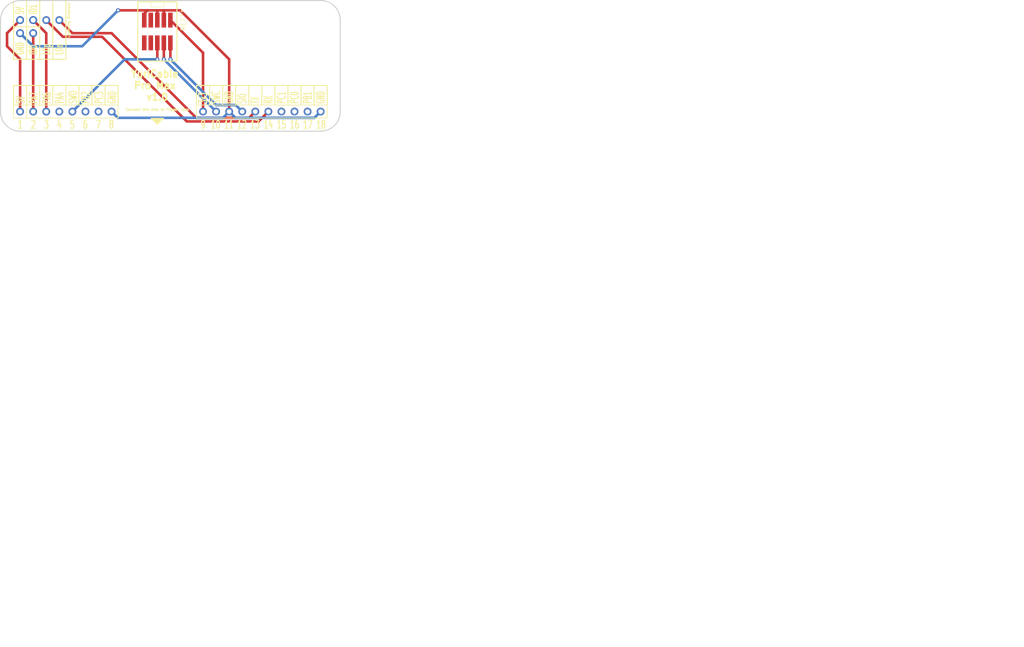
<source format=kicad_pcb>
(kicad_pcb (version 20221018) (generator pcbnew)
  (title_block (title "YuriCable Pro Max PCB") (date "2024-01-19") (rev "v1.0") (company "Yuris"))
  (layers (0 "F.Cu" signal) (31 "B.Cu" signal) (34 "B.Paste" user) (35 "F.Paste" user) (36 "B.SilkS" user "B.Silkscreen") (37 "F.SilkS" user "F.Silkscreen") (38 "B.Mask" user) (39 "F.Mask" user) (44 "Edge.Cuts" user))
  (net 0 "")
  (net 1 "/5V")
  (net 2 "/3.3V")
  (net 3 "GND")
  (net 4 "/PB14")
  (net 5 "/PC0")
  (net 6 "/PC1")
  (net 7 "/UART_RX")
  (net 8 "/UART_TX")
  (net 9 "/SWDIO")
  (net 10 "/SWCLK")
  (net 11 "/PC3")
  (net 12 "/PB2")
  (net 13 "/SWO")
  (net 14 "/PA4")
  (net 15 "/PA6")
  (net 16 "/PA7")
  (footprint "lomalkin_kicad_footprints:FlipperZero" (layer "F.Cu") (at 90.17 76.2)
    (fp_text reference "U1" hide)
    (fp_text value "FlipperZero")
    (fp_line (start -27.94 -1.27) (end -27.94 1.27) (stroke (width 0.15)) (layer "F.SilkS"))
    (fp_line (start -27.94 1.27) (end -7.62 1.27) (stroke (width 0.15)) (layer "F.SilkS"))
    (fp_line (start -25.4 1.27) (end -25.4 -1.27) (stroke (width 0.15)) (layer "F.SilkS"))
    (fp_line (start -7.62 -1.27) (end -27.94 -1.27) (stroke (width 0.15)) (layer "F.SilkS"))
    (fp_line (start -7.62 1.27) (end -7.62 -1.27) (stroke (width 0.15)) (layer "F.SilkS"))
    (fp_line (start 7.62 -1.27) (end 7.62 1.27) (stroke (width 0.15)) (layer "F.SilkS"))
    (fp_line (start 7.62 1.27) (end 33.02 1.27) (stroke (width 0.15)) (layer "F.SilkS"))
    (fp_line (start 33.02 -1.27) (end 7.62 -1.27) (stroke (width 0.15)) (layer "F.SilkS"))
    (fp_line (start 33.02 1.27) (end 33.02 -1.27) (stroke (width 0.15)) (layer "F.SilkS"))
    (pad "1" thru_hole circle locked (at -26.67 0 270) (size 1.524 1.524) (drill 0.9) (layers "*.Cu" "*.Mask") (net 1 "/5V"))
    (pad "2" thru_hole circle locked (at -24.13 0 270) (size 1.524 1.524) (drill 0.9) (layers "*.Cu" "*.Mask") (net 16 "/PA7"))
    (pad "3" thru_hole circle locked (at -21.59 0 270) (size 1.524 1.524) (drill 0.9) (layers "*.Cu" "*.Mask") (net 15 "/PA6"))
    (pad "4" thru_hole circle locked (at -19.05 0 270) (size 1.524 1.524) (drill 0.9) (layers "*.Cu" "*.Mask") (net 14 "/PA4"))
    (pad "5" thru_hole circle locked (at -16.51 0 270) (size 1.524 1.524) (drill 0.9) (layers "*.Cu" "*.Mask") (net 13 "/SWO"))
    (pad "6" thru_hole circle locked (at -13.97 0 270) (size 1.524 1.524) (drill 0.9) (layers "*.Cu" "*.Mask") (net 12 "/PB2"))
    (pad "7" thru_hole circle locked (at -11.43 0 270) (size 1.524 1.524) (drill 0.9) (layers "*.Cu" "*.Mask") (net 11 "/PC3"))
    (pad "8" thru_hole circle locked (at -8.89 0 270) (size 1.524 1.524) (drill 0.9) (layers "*.Cu" "*.Mask") (net 3 "GND"))
    (pad "9" thru_hole circle locked (at 8.89 0 270) (size 1.524 1.524) (drill 0.9) (layers "*.Cu" "*.Mask") (net 2 "/3.3V"))
    (pad "10" thru_hole circle locked (at 11.43 0 270) (size 1.524 1.524) (drill 0.9) (layers "*.Cu" "*.Mask") (net 10 "/SWCLK"))
    (pad "11" thru_hole circle locked (at 13.97 0 270) (size 1.524 1.524) (drill 0.9) (layers "*.Cu" "*.Mask") (net 3 "GND"))
    (pad "12" thru_hole circle locked (at 16.51 0 270) (size 1.524 1.524) (drill 0.9) (layers "*.Cu" "*.Mask") (net 9 "/SWDIO"))
    (pad "13" thru_hole circle locked (at 19.05 0 270) (size 1.524 1.524) (drill 0.9) (layers "*.Cu" "*.Mask") (net 8 "/UART_TX"))
    (pad "14" thru_hole circle locked (at 21.59 0 270) (size 1.524 1.524) (drill 0.9) (layers "*.Cu" "*.Mask") (net 7 "/UART_RX"))
    (pad "15" thru_hole circle locked (at 24.13 0 270) (size 1.524 1.524) (drill 0.9) (layers "*.Cu" "*.Mask") (net 6 "/PC1"))
    (pad "16" thru_hole circle locked (at 26.67 0 270) (size 1.524 1.524) (drill 0.9) (layers "*.Cu" "*.Mask") (net 5 "/PC0"))
    (pad "17" thru_hole circle locked (at 29.21 0 270) (size 1.524 1.524) (drill 0.9) (layers "*.Cu" "*.Mask") (net 4 "/PB14"))
    (pad "18" thru_hole circle locked (at 31.75 0 270) (size 1.524 1.524) (drill 0.9) (layers "*.Cu" "*.Mask") (net 3 "GND"))
  )
  (footprint "" (layer "F.Cu") (at 66.04 60.96)
    (fp_text reference "" (at 0 0) (layer "F.SilkS") (effects (font (size 1.27 1.27))))
    (fp_text value "" (at 0 0) (layer "F.SilkS") (effects (font (size 1.27 1.27))))
    (pad "2" thru_hole circle (at 0 0 270) (size 1.524 1.524) (drill 0.9) (layers "*.Cu" "*.Mask") (net 16 "/PA7"))
  )
  (footprint "" (layer "F.Cu") (at 66.04 58.42)
    (fp_text reference "" (at 0 0) (layer "F.SilkS") (effects (font (size 1.27 1.27))))
    (fp_text value "" (at 0 0) (layer "F.SilkS") (effects (font (size 1.27 1.27))))
    (pad "3" thru_hole circle (at 0 0 270) (size 1.524 1.524) (drill 0.9) (layers "*.Cu" "*.Mask") (net 15 "/PA6"))
  )
  (footprint "" (layer "F.Cu") (at 63.5 58.42)
    (fp_text reference "" (at 0 0) (layer "F.SilkS") (effects (font (size 1.27 1.27))))
    (fp_text value "" (at 0 0) (layer "F.SilkS") (effects (font (size 1.27 1.27))))
    (pad "1" thru_hole circle (at 0 0 270) (size 1.524 1.524) (drill 0.9) (layers "*.Cu" "*.Mask") (net 1 "/5V"))
  )
  (footprint "" (layer "F.Cu") (at 71.12 58.42)
    (fp_text reference "" (at 0 0) (layer "F.SilkS") (effects (font (size 1.27 1.27))))
    (fp_text value "" (at 0 0) (layer "F.SilkS") (effects (font (size 1.27 1.27))))
    (pad "13" thru_hole circle (at 0 0 270) (size 1.524 1.524) (drill 0.9) (layers "*.Cu" "*.Mask") (net 8 "/UART_TX"))
  )
  (footprint "" (layer "F.Cu") (at 66.04 60.96)
    (fp_text reference "" (at 0 0) (layer "F.SilkS") (effects (font (size 1.27 1.27))))
    (fp_text value "" (at 0 0) (layer "F.SilkS") (effects (font (size 1.27 1.27))))
    (pad "2" thru_hole circle (at 0 0 270) (size 1.524 1.524) (drill 0.9) (layers "*.Cu" "*.Mask") (net 16 "/PA7"))
  )
  (footprint "" (layer "F.Cu") (at 66.04 58.42)
    (fp_text reference "" (at 0 0) (layer "F.SilkS") (effects (font (size 1.27 1.27))))
    (fp_text value "" (at 0 0) (layer "F.SilkS") (effects (font (size 1.27 1.27))))
    (pad "3" thru_hole circle (at 0 0 270) (size 1.524 1.524) (drill 0.9) (layers "*.Cu" "*.Mask") (net 15 "/PA6"))
  )
  (footprint "ARM-JTAG-SWD:SWD_0.05_2x5" (layer "F.Cu") (at 90.17 60.96)
    (fp_text reference "REF**" (at 5.08 -2.54 90 unlocked) (layer "F.SilkS") (effects (font (thickness 0.1))))
    (fp_text value "SWD_0.05_2x5")
    (fp_line (start -3.81 5.425) (end -3.81 -6.085) (stroke (width 0.2)) (layer "F.SilkS"))
    (fp_line (start -1.27 -6.085) (end -1.27 -5.08) (stroke (width 0.1)) (layer "F.SilkS"))
    (fp_line (start -1.27 -5.08) (end 1.27 -5.08) (stroke (width 0.1)) (layer "F.SilkS"))
    (fp_line (start 1.27 -6.085) (end 1.27 -5.08) (stroke (width 0.1)) (layer "F.SilkS"))
    (fp_line (start 3.81 -6.085) (end -3.81 -6.085) (stroke (width 0.2)) (layer "F.SilkS"))
    (fp_line (start 3.81 5.425) (end -3.81 5.425) (stroke (width 0.2)) (layer "F.SilkS"))
    (fp_line (start 3.81 5.425) (end 3.81 -6.085) (stroke (width 0.2)) (layer "F.SilkS"))
    (pad "GND1" smd rect (at 1.27 -2.54) (size 0.89 2.9) (layers "F.Cu" "F.Mask"))
    (pad "GND2" smd rect (at 0 -2.54) (size 0.89 2.9) (layers "F.Cu" "F.Mask"))
    (pad "GND3" smd rect (at -2.54 -2.54) (size 0.89 2.9) (layers "F.Cu" "F.Mask"))
    (pad "RESET" smd rect (at -2.54 1.88) (size 0.89 2.9) (layers "F.Cu" "F.Mask"))
    (pad "RXI" smd rect (at -1.27 -2.54) (size 0.89 2.9) (layers "F.Cu" "F.Mask"))
    (pad "SWCLK" smd rect (at 1.27 1.88) (size 0.89 2.9) (layers "F.Cu" "F.Mask"))
    (pad "SWDIO" smd rect (at 2.54 1.88) (size 0.89 2.9) (layers "F.Cu" "F.Mask"))
    (pad "SWO" smd rect (at 0 1.88) (size 0.89 2.9) (layers "F.Cu" "F.Mask"))
    (pad "TXO" smd rect (at -1.27 1.88) (size 0.89 2.9) (layers "F.Cu" "F.Mask"))
    (pad "VREF" smd rect (at 2.54 -2.54) (size 0.89 2.9) (layers "F.Cu" "F.Mask"))
  )
  (footprint "" (layer "F.Cu") (at 63.5 60.96)
    (fp_text reference "" (at 0 0) (layer "F.SilkS") (effects (font (size 1.27 1.27))))
    (fp_text value "" (at 0 0) (layer "F.SilkS") (effects (font (size 1.27 1.27))))
    (pad "8" thru_hole circle (at 0 0 270) (size 1.524 1.524) (drill 0.9) (layers "*.Cu" "*.Mask") (net 3 "GND"))
  )
  (footprint "" (layer "F.Cu") (at 63.5 60.96)
    (fp_text reference "" (at 0 0) (layer "F.SilkS") (effects (font (size 1.27 1.27))))
    (fp_text value "" (at 0 0) (layer "F.SilkS") (effects (font (size 1.27 1.27))))
    (pad "8" thru_hole circle (at 0 0 270) (size 1.524 1.524) (drill 0.9) (layers "*.Cu" "*.Mask") (net 3 "GND"))
  )
  (footprint "" (layer "F.Cu") (at 68.58 58.42)
    (fp_text reference "" (at 0 0) (layer "F.SilkS") (effects (font (size 1.27 1.27))))
    (fp_text value "" (at 0 0) (layer "F.SilkS") (effects (font (size 1.27 1.27))))
    (pad "14" thru_hole circle (at 0 0 270) (size 1.524 1.524) (drill 0.9) (layers "*.Cu" "*.Mask") (net 7 "/UART_RX"))
  )
  (footprint "" (layer "F.Cu") (at 66.04 58.42)
    (fp_text reference "" (at 0 0) (layer "F.SilkS") (effects (font (size 1.27 1.27))))
    (fp_text value "" (at 0 0) (layer "F.SilkS") (effects (font (size 1.27 1.27))))
    (pad "3" thru_hole circle (at 0 0 270) (size 1.524 1.524) (drill 0.9) (layers "*.Cu" "*.Mask") (net 15 "/PA6"))
  )
  (footprint "" (layer "F.Cu") (at 66.04 58.42)
    (fp_text reference "" (at 0 0) (layer "F.SilkS") (effects (font (size 1.27 1.27))))
    (fp_text value "" (at 0 0) (layer "F.SilkS") (effects (font (size 1.27 1.27))))
    (pad "3" thru_hole circle (at 0 0 270) (size 1.524 1.524) (drill 0.9) (layers "*.Cu" "*.Mask") (net 15 "/PA6"))
  )
  (footprint "" (layer "F.Cu") (at 63.5 58.42)
    (fp_text reference "" (at 0 0) (layer "F.SilkS") (effects (font (size 1.27 1.27))))
    (fp_text value "" (at 0 0) (layer "F.SilkS") (effects (font (size 1.27 1.27))))
    (pad "1" thru_hole circle (at 0 0 270) (size 1.524 1.524) (drill 0.9) (layers "*.Cu" "*.Mask") (net 1 "/5V"))
  )
  (gr_line (start 97.79 71.12) (end 123.19 71.12) (stroke (width 0.2)) (layer "F.SilkS"))
  (gr_line (start 77.47 71.12) (end 77.47 74.8) (stroke (width 0.2)) (layer "F.SilkS"))
  (gr_line (start 82.555 71.12) (end 62.225 71.12) (stroke (width 0.2)) (layer "F.SilkS"))
  (gr_line (start 102.87 71.12) (end 102.87 74.8) (stroke (width 0.2)) (layer "F.SilkS"))
  (gr_line (start 100.33 71.12) (end 100.33 74.8) (stroke (width 0.2)) (layer "F.SilkS"))
  (gr_line (start 67.31 71.12) (end 67.31 74.8) (stroke (width 0.2)) (layer "F.SilkS"))
  (gr_line (start 69.85 54.61) (end 69.85 66.04) (stroke (width 0.2)) (layer "F.SilkS"))
  (gr_line (start 67.31 54.61) (end 67.31 66.04) (stroke (width 0.2)) (layer "F.SilkS"))
  (gr_line (start 113.03 71.12) (end 113.03 74.8) (stroke (width 0.2)) (layer "F.SilkS"))
  (gr_line (start 82.55 71.12) (end 82.55 74.8) (stroke (width 0.2)) (layer "F.SilkS"))
  (gr_line (start 64.77 54.61) (end 64.77 66.04) (stroke (width 0.2)) (layer "F.SilkS"))
  (gr_line (start 72.39 71.12) (end 72.39 74.8) (stroke (width 0.2)) (layer "F.SilkS"))
  (gr_line (start 62.23 66.04) (end 72.39 66.04) (stroke (width 0.2)) (layer "F.SilkS"))
  (gr_line (start 105.41 71.12) (end 105.41 74.8) (stroke (width 0.2)) (layer "F.SilkS"))
  (gr_line (start 62.23 71.12) (end 62.23 74.8) (stroke (width 0.2)) (layer "F.SilkS"))
  (gr_line (start 115.57 71.12) (end 115.57 74.8) (stroke (width 0.2)) (layer "F.SilkS"))
  (gr_line (start 123.19 71.12) (end 123.19 74.8) (stroke (width 0.2)) (layer "F.SilkS"))
  (gr_line (start 97.79 71.12) (end 97.79 74.8) (stroke (width 0.2)) (layer "F.SilkS"))
  (gr_line (start 64.77 71.12) (end 64.77 74.8) (stroke (width 0.2)) (layer "F.SilkS"))
  (gr_line (start 72.39 54.61) (end 72.39 66.04) (stroke (width 0.2)) (layer "F.SilkS"))
  (gr_line (start 69.85 71.12) (end 69.85 74.8) (stroke (width 0.2)) (layer "F.SilkS"))
  (gr_line (start 74.93 71.12) (end 74.93 74.8) (stroke (width 0.2)) (layer "F.SilkS"))
  (gr_line (start 107.95 71.12) (end 107.95 74.8) (stroke (width 0.2)) (layer "F.SilkS"))
  (gr_line (start 118.11 71.12) (end 118.11 74.8) (stroke (width 0.2)) (layer "F.SilkS"))
  (gr_poly (pts (xy 88.9 77.47) (xy 90.17 78.74) (xy 91.44 77.47)) (stroke (width 0.1)) (fill solid) (layer "F.SilkS"))
  (gr_line (start 62.23 59.7) (end 67.31 59.7) (stroke (width 0.2)) (layer "F.SilkS"))
  (gr_line (start 110.49 71.12) (end 110.49 74.8) (stroke (width 0.2)) (layer "F.SilkS"))
  (gr_line (start 62.23 55) (end 62.23 66.04) (stroke (width 0.2)) (layer "F.SilkS"))
  (gr_line (start 80.01 71.12) (end 80.01 74.8) (stroke (width 0.2)) (layer "F.SilkS"))
  (gr_line (start 120.65 71.12) (end 120.65 74.8) (stroke (width 0.2)) (layer "F.SilkS"))
  (gr_arc (start 63.5 80.01) (mid 60.805923 78.894077) (end 59.69 76.2) (stroke (width 0.2)) (layer "Edge.Cuts"))
  (gr_arc (start 125.73 76.2) (mid 124.614077 78.894077) (end 121.92 80.01) (stroke (width 0.2)) (layer "Edge.Cuts"))
  (gr_arc (start 121.92 54.61) (mid 124.614077 55.725923) (end 125.73 58.42) (stroke (width 0.2)) (layer "Edge.Cuts"))
  (gr_line (start 125.73 76.2) (end 125.73 58.42) (stroke (width 0.2)) (layer "Edge.Cuts"))
  (gr_line (start 63.5 80.01) (end 121.92 80.01) (stroke (width 0.2)) (layer "Edge.Cuts"))
  (gr_line (start 63.5 54.61) (end 121.92 54.61) (stroke (width 0.2)) (layer "Edge.Cuts"))
  (gr_line (start 59.69 76.2) (end 59.69 58.574077) (stroke (width 0.2)) (layer "Edge.Cuts"))
  (gr_arc (start 59.69 58.574077) (mid 60.774013 55.802962) (end 63.5 54.61) (stroke (width 0.2)) (layer "Edge.Cuts"))
  (gr_text "YuriCable \nPro Max \nv1.0" (at 90.17 71.12) (layer "F.SilkS") (effects (font (size 1.4 1.3) (thickness 0.3))))
  (gr_text "10 11 12 13 14 15 16 17 18" (at 111.76 78.74) (layer "F.SilkS") (effects (font (size 1.54 0.96) (thickness 0.2))))
  (gr_text "9" (at 99.06 78.74) (layer "F.SilkS") (effects (font (size 1.54 0.96) (thickness 0.2))))
  (gr_text "1  2  3  4  5  6  7  8" (at 72.39 78.74) (layer "F.SilkS") (effects (font (size 1.54 1.02) (thickness 0.2))))
  (gr_text "ID1" (at 66.04 57.42 90) (layer "F.SilkS") (effects (font (size 1.5 0.8) (thickness 0.2) bold) (justify left)))
  (gr_text "Connect this side to Flipper Zero\n\n" (at 90.17 76.2) (layer "F.SilkS") (effects (font (size 0.48 0.48) (thickness 0.12) bold)))
  (gr_text "GND" (at 63.5 65.3 90) (layer "F.SilkS") (effects (font (size 1.5 0.8) (thickness 0.2) bold) (justify left)))
  (gr_text "Lightning Breakout\n" (at 72.95 58.42 90) (layer "F.SilkS") (effects (font (size 0.48 0.48) (thickness 0.12) bold)))
  (gr_text "L0p\n" (at 68.58 65.3 90) (layer "F.SilkS") (effects (font (size 1.5 0.8) (thickness 0.2) bold) (justify left)))
  (gr_text "5V\nPA7\nPA6\nPA4\nSWO\nPB2\nPC3\nGND" (at 72.5 74.8 90) (layer "F.SilkS") (effects (font (size 1.58 0.8) (thickness 0.2)) (justify left)))
  (gr_text "ID0\n" (at 66.04 65.3 90) (layer "F.SilkS") (effects (font (size 1.5 0.8) (thickness 0.2) bold) (justify left)))
  (gr_text "5V" (at 63.5 57.42 90) (layer "F.SilkS") (effects (font (size 1.5 0.8) (thickness 0.2) bold) (justify left)))
  (gr_text "L0n\n" (at 71.12 65.3 90) (layer "F.SilkS") (effects (font (size 1.5 0.8) (thickness 0.2) bold) (justify left)))
  (gr_text "3v3\nSWC\nGND\nSIO\nTX\nRX\nPC1\nPC0\nPB1\nGND" (at 110.49 74.8 90) (layer "F.SilkS") (effects (font (size 1.58 0.8) (thickness 0.2) bold) (justify left)))
  (segment (start 63.5 73.66) (end 63.5 76.2) (width 0.5) (layer "F.Cu") (net 1))
  (segment (start 63.5 66.04) (end 63.5 73.66) (width 0.5) (layer "F.Cu") (net 1))
  (segment (start 60.96 63.5) (end 63.5 66.04) (width 0.5) (layer "F.Cu") (net 1))
  (segment (start 60.96 60.96) (end 60.96 63.5) (width 0.5) (layer "F.Cu") (net 1))
  (segment (start 63.5 58.42) (end 60.96 60.96) (width 0.5) (layer "F.Cu") (net 1))
  (segment (start 99.06 64.77) (end 92.71 58.42) (width 0.5) (layer "F.Cu") (net 2))
  (segment (start 99.06 76.2) (end 99.06 64.77) (width 0.5) (layer "F.Cu") (net 2))
  (segment (start 104.14 66.04) (end 104.14 76.2) (width 0.5) (layer "F.Cu") (net 3))
  (segment (start 87.63 57.15) (end 88.26 56.52) (width 0.5) (layer "F.Cu") (net 3))
  (segment (start 91.44 56.52) (end 91.44 58.42) (width 0.5) (layer "F.Cu") (net 3))
  (segment (start 90.17 56.52) (end 90.17 58.42) (width 0.5) (layer "F.Cu") (net 3))
  (segment (start 88.26 56.52) (end 82.55 56.52) (width 0.5) (layer "F.Cu") (net 3))
  (segment (start 90.17 56.52) (end 91.44 56.52) (width 0.5) (layer "F.Cu") (net 3))
  (segment (start 104.14 67.255) (end 104.14 66.04) (width 0.3) (layer "F.Cu") (net 3))
  (segment (start 91.44 56.52) (end 94.62 56.52) (width 0.5) (layer "F.Cu") (net 3))
  (segment (start 94.62 56.52) (end 104.14 66.04) (width 0.5) (layer "F.Cu") (net 3))
  (segment (start 88.26 56.52) (end 90.17 56.52) (width 0.5) (layer "F.Cu") (net 3))
  (via (at 82.55 56.52) (size 0.8) (drill 0.4) (layers "F.Cu" "B.Cu") (net 3))
  (segment (start 75.57 63.5) (end 66.04 63.5) (width 0.5) (layer "B.Cu") (net 3))
  (segment (start 82.55 56.52) (end 75.57 63.5) (width 0.5) (layer "B.Cu") (net 3))
  (segment (start 104.14 76.2) (end 102.928 77.412) (width 0.5) (layer "B.Cu") (net 3))
  (segment (start 120.708 77.412) (end 121.92 76.2) (width 0.5) (layer "B.Cu") (net 3))
  (segment (start 104.14 76.2) (end 105.352 77.412) (width 0.5) (layer "B.Cu") (net 3))
  (segment (start 102.928 77.412) (end 82.492 77.412) (width 0.5) (layer "B.Cu") (net 3))
  (segment (start 66.04 63.5) (end 63.5 60.96) (width 0.5) (layer "B.Cu") (net 3))
  (segment (start 105.352 77.412) (end 120.708 77.412) (width 0.5) (layer "B.Cu") (net 3))
  (segment (start 82.492 77.412) (end 81.28 76.2) (width 0.5) (layer "B.Cu") (net 3))
  (segment (start 68.58 58.42) (end 71.82 61.66) (width 0.5) (layer "F.Cu") (net 7))
  (segment (start 79.44 61.66) (end 95.892 78.112) (width 0.5) (layer "F.Cu") (net 7))
  (segment (start 71.82 61.66) (end 79.44 61.66) (width 0.5) (layer "F.Cu") (net 7))
  (segment (start 109.848 78.112) (end 111.76 76.2) (width 0.5) (layer "F.Cu") (net 7))
  (segment (start 95.892 78.112) (end 109.848 78.112) (width 0.5) (layer "F.Cu") (net 7))
  (segment (start 73.66 60.96) (end 81.28 60.96) (width 0.5) (layer "F.Cu") (net 8))
  (segment (start 71.12 58.42) (end 73.66 60.96) (width 0.5) (layer "F.Cu") (net 8))
  (segment (start 108.008 77.412) (end 109.22 76.2) (width 0.5) (layer "F.Cu") (net 8))
  (segment (start 81.28 60.96) (end 97.732 77.412) (width 0.5) (layer "F.Cu") (net 8))
  (segment (start 97.732 77.412) (end 108.008 77.412) (width 0.5) (layer "F.Cu") (net 8))
  (segment (start 92.71 62.84) (end 92.71 66.04) (width 0.5) (layer "F.Cu") (net 9))
  (via (at 92.71 66.04) (size 0.8) (drill 0.4) (layers "F.Cu" "B.Cu") (net 9))
  (segment (start 101.6 74.93) (end 92.71 66.04) (width 0.5) (layer "B.Cu") (net 9))
  (segment (start 106.68 76.2) (end 105.41 74.93) (width 0.5) (layer "B.Cu") (net 9))
  (segment (start 105.41 74.93) (end 101.6 74.93) (width 0.5) (layer "B.Cu") (net 9))
  (segment (start 91.44 62.84) (end 91.44 66.04) (width 0.5) (layer "F.Cu") (net 10))
  (via (at 91.44 66.04) (size 0.8) (drill 0.4) (layers "F.Cu" "B.Cu") (net 10))
  (segment (start 101.6 76.2) (end 91.44 66.04) (width 0.5) (layer "B.Cu") (net 10))
  (segment (start 90.17 62.84) (end 90.17 66.04) (width 0.5) (layer "F.Cu") (net 13))
  (via (at 90.17 66.04) (size 0.8) (drill 0.4) (layers "F.Cu" "B.Cu") (net 13))
  (segment (start 73.66 76.2) (end 83.82 66.04) (width 0.5) (layer "B.Cu") (net 13))
  (segment (start 83.82 66.04) (end 90.17 66.04) (width 0.5) (layer "B.Cu") (net 13))
  (segment (start 68.58 76.2) (end 68.58 73.66) (width 0.5) (layer "F.Cu") (net 15))
  (segment (start 68.58 73.66) (end 68.58 60.96) (width 0.5) (layer "F.Cu") (net 15))
  (segment (start 68.58 60.96) (end 66.04 58.42) (width 0.5) (layer "F.Cu") (net 15))
  (segment (start 66.04 73.66) (end 66.04 60.96) (width 0.5) (layer "F.Cu") (net 16))
  (segment (start 66.04 76.2) (end 66.04 73.66) (width 0.5) (layer "F.Cu") (net 16))
)
</source>
